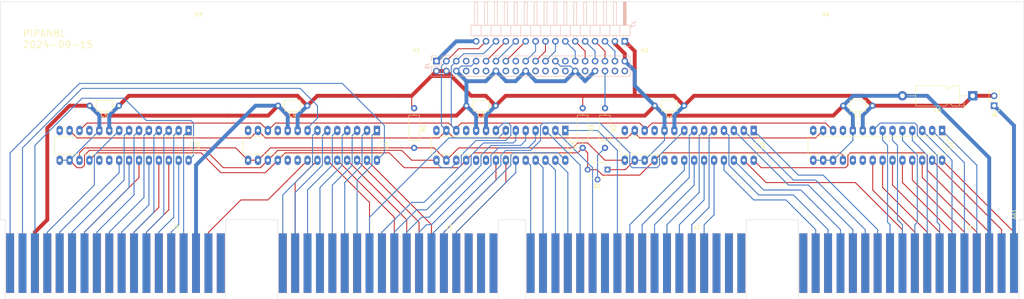
<source format=kicad_pcb>
(kicad_pcb (version 20221018) (generator pcbnew)
  (layers (0 "F.Cu" signal) (31 "B.Cu" signal) (34 "B.Paste" user) (35 "F.Paste" user) (36 "B.SilkS" user "B.Silkscreen") (37 "F.SilkS" user "F.Silkscreen") (38 "B.Mask" user) (39 "F.Mask" user) (44 "Edge.Cuts" user))
  (net 0 "")
  (net 1 "/DFLD")
  (net 3 "/IFLD")
  (net 5 "GND")
  (net 6 "/SR04")
  (net 7 "/SR03")
  (net 8 "/LINK")
  (net 9 "/SR02")
  (net 10 "/EMA")
  (net 11 "/SR01")
  (net 12 "/MB01")
  (net 13 "/SR00")
  (net 14 "/MA01")
  (net 15 "/AC00")
  (net 16 "/MB00")
  (net 21 "/AA2+5")
  (net 34 "/AB2-15")
  (net 42 "/AV1+10")
  (net 43 "/BA1+10")
  (net 45 "/BA2+5")
  (net 46 "/BB2-15")
  (net 47 "/CU1")
  (net 48 "/DEF")
  (net 49 "/PRTE")
  (net 50 "/WCT")
  (net 51 "/DK1")
  (net 52 "/CAD")
  (net 53 "/BRK")
  (net 55 "/SR11")
  (net 56 "/BNCY")
  (net 57 "/STOP")
  (net 58 "/CONT")
  (net 59 "/STRT")
  (net 60 "/LDAD")
  (net 61 "/STEP")
  (net 62 "/EXAM")
  (net 63 "/DEPO")
  (net 64 "/BV1+10")
  (net 65 "/CA1+10")
  (net 66 "/CA2+5")
  (net 69 "/CB2-15")
  (net 70 "/CV1+10")
  (net 71 "/DA1+10")
  (net 72 "/DA2+5")
  (net 73 "/DB2-15")
  (net 78 "/DV1+10")
  (net 80 "/MPRT")
  (net 81 "VCC")
  (net 96 "/AC03")
  (net 97 "/AC02")
  (net 98 "/AC01")
  (net 99 "/MA00")
  (net 100 "/AN1")
  (net 101 "Net-(U2-A0)")
  (net 102 "/SDA")
  (net 103 "/SCL")
  (net 106 "/MB02")
  (net 107 "/MA02")
  (net 108 "/MB03")
  (net 109 "/MA03")
  (net 110 "/MB04")
  (net 111 "/MA04")
  (net 113 "/AC04")
  (net 114 "/AC05")
  (net 115 "/MB05")
  (net 116 "/MA05")
  (net 117 "/AC06")
  (net 118 "/AC07")
  (net 119 "/BL1")
  (net 120 "/_RESET")
  (net 121 "/AT1GND")
  (net 122 "/BC2GND")
  (net 123 "/BT1GND")
  (net 126 "/MA06")
  (net 127 "/MA07")
  (net 128 "/MB07")
  (net 129 "/MA08")
  (net 130 "/AC09")
  (net 131 "/MB09")
  (net 132 "/CD2")
  (net 133 "/MA09")
  (net 134 "/SR09")
  (net 135 "/AC11")
  (net 136 "/SR10")
  (net 137 "/AC10")
  (net 138 "/SR08")
  (net 139 "/MA10")
  (net 140 "/CC2GND")
  (net 141 "/CT1GND")
  (net 144 "/SR07")
  (net 145 "/MB10")
  (net 146 "/SR06")
  (net 147 "/CL1")
  (net 148 "/SR05")
  (net 149 "/CM1")
  (net 150 "/MB11")
  (net 151 "/MA11")
  (net 152 "/FET")
  (net 153 "/IR00")
  (net 154 "/ION")
  (net 155 "/PARE")
  (net 156 "/EXE")
  (net 157 "/IR01")
  (net 158 "/IR02")
  (net 163 "/V3.3")
  (net 164 "/GPIO9")
  (net 165 "/GPIO11")
  (net 166 "/GPIO5")
  (net 167 "/GPIO6")
  (net 168 "/GPIO13")
  (net 169 "/GPIO19")
  (net 170 "/GPIO26")
  (net 171 "/GPIO17")
  (net 172 "/GPIO27")
  (net 173 "/GPIO22")
  (net 174 "/GPIO10")
  (net 175 "Net-(J5-Pin_36)")
  (net 176 "Net-(Q1-B)")
  (net 177 "/DM1")
  (net 178 "/MB06")
  (net 179 "/MB08")
  (net 180 "/AC08")
  (net 181 "/DL1")
  (net 182 "/DB1")
  (net 183 "/DF1")
  (net 184 "/DH1")
  (net 185 "/RUN")
  (net 186 "/DJ1")
  (footprint "Capacitor_THT:C_Axial_L3.8mm_D2.6mm_P7.50mm_Horizontal" (layer "F.Cu") (at 175.2 26.67 180)
    (fp_text reference "C2")
    (fp_text value "0.1u")
  )
  (footprint "Capacitor_THT:C_Axial_L3.8mm_D2.6mm_P7.50mm_Horizontal" (layer "F.Cu") (at 223.46 26.67 180)
    (fp_text reference "C1")
    (fp_text value "0.1u")
  )
  (footprint "MountingHole:MountingHole_8.4mm_M8" (layer "F.Cu") (at 50.8 12.7)
    (fp_text reference "H3")
    (fp_text value "MountingHole")
  )
  (footprint "mypipanelfoots:2x18-edge" (layer "F.Cu") (at 2.54 66.9925 180)
    (fp_text reference "J4")
    (fp_text value "2x18edgecon")
  )
  (footprint "Connector_PinHeader_2.54mm:PinHeader_1x02_P2.54mm_Vertical" (layer "F.Cu") (at 254.635 26.675 180)
    (fp_text reference "J6")
    (fp_text value "Conn_01x02_Pin")
  )
  (footprint "Package_DIP:DIP-28_W7.62mm_LongPads" (layer "F.Cu") (at 193.04 33.02 -90)
    (fp_text reference "U2")
    (fp_text value "MCP23017")
  )
  (footprint "Capacitor_THT:C_Axial_L3.8mm_D2.6mm_P7.50mm_Horizontal" (layer "F.Cu") (at 78.68 26.67 180)
    (fp_text reference "C4")
    (fp_text value "0.1u")
  )
  (footprint "Capacitor_THT:C_Axial_L3.8mm_D2.6mm_P7.50mm_Horizontal" (layer "F.Cu") (at 126.94 26.67 180)
    (fp_text reference "C3")
    (fp_text value "0.1u")
  )
  (footprint "mypipanelfoots:2x18-edge" (layer "F.Cu") (at 135.89 66.9925 180)
    (fp_text reference "J2")
    (fp_text value "2x18edgecon")
  )
  (footprint "MountingHole:MountingHole_8.4mm_M8" (layer "F.Cu") (at 211.455 12.7)
    (fp_text reference "H4")
    (fp_text value "MountingHole")
  )
  (footprint "mypipanelfoots:2x18-edge" (layer "F.Cu") (at 72.39 66.9925 180)
    (fp_text reference "J3")
    (fp_text value "2x18edgecon")
  )
  (footprint "Package_DIP:DIP-28_W7.62mm_LongPads" (layer "F.Cu") (at 144.78 33.02 -90)
    (fp_text reference "U3")
    (fp_text value "MCP23017")
  )
  (footprint "Capacitor_THT:CP_Axial_L11.0mm_D5.0mm_P18.00mm_Horizontal" (layer "F.Cu") (at 249.14 24.13 180)
    (fp_text reference "C6")
    (fp_text value "10u")
  )
  (footprint "Package_DIP:DIP-28_W7.62mm_LongPads" (layer "F.Cu") (at 48.26 33.02 -90)
    (fp_text reference "U5")
    (fp_text value "MCP23017")
  )
  (footprint "MountingHole:MountingHole_3mm" (layer "F.Cu") (at 106.68 16.51)
    (fp_text reference "H1")
    (fp_text value "MountingHole")
  )
  (footprint "MountingHole:MountingHole_3mm" (layer "F.Cu") (at 165.1 16.51)
    (fp_text reference "H2")
    (fp_text value "MountingHole")
  )
  (footprint "Package_DIP:DIP-28_W7.62mm_LongPads" (layer "F.Cu") (at 241.3 33.02 -90)
    (fp_text reference "U1")
    (fp_text value "MCP23017")
  )
  (footprint "Resistor_THT:R_Axial_DIN0207_L6.3mm_D2.5mm_P10.16mm_Horizontal" (layer "F.Cu") (at 149.225 27.305 -90)
    (fp_text reference "R3")
    (fp_text value "2.2K")
  )
  (footprint "Package_TO_SOT_THT:TO-92_Wide" (layer "F.Cu") (at 155.575 43.045 180)
    (fp_text reference "Q1")
    (fp_text value "2N3904")
  )
  (footprint "Package_DIP:DIP-28_W7.62mm_LongPads" (layer "F.Cu") (at 96.52 33.02 -90)
    (fp_text reference "U4")
    (fp_text value "MCP23017")
  )
  (footprint "mypipanelfoots:2x18-edge" (layer "F.Cu") (at 205.74 66.9925 180)
    (fp_text reference "J1")
    (fp_text value "2x18edgecon")
  )
  (footprint "Resistor_THT:R_Axial_DIN0207_L6.3mm_D2.5mm_P10.16mm_Horizontal" (layer "F.Cu") (at 106.045 27.305 -90)
    (fp_text reference "R1")
    (fp_text value "2.2K")
  )
  (footprint "Resistor_THT:R_Axial_DIN0207_L6.3mm_D2.5mm_P10.16mm_Horizontal" (layer "F.Cu") (at 154.94 27.305 -90)
    (fp_text reference "R2")
    (fp_text value "4.7K")
  )
  (footprint "Capacitor_THT:C_Axial_L3.8mm_D2.6mm_P7.50mm_Horizontal" (layer "F.Cu") (at 30.42 26.67 180)
    (fp_text reference "C5")
    (fp_text value "0.1u")
  )
  (footprint "Connector_PinHeader_2.54mm:PinHeader_2x20_P2.54mm_Vertical" (layer "B.Cu") (at 111.76 15.24 -90)
    (fp_text reference "J5")
    (fp_text value "Conn_02x20_Odd_Even")
  )
  (footprint "Connector_PinHeader_2.54mm:PinHeader_1x16_P2.54mm_Horizontal" (layer "B.Cu") (at 160.02 10.16 90)
    (fp_text reference "J7")
    (fp_text value "Conn_01x16")
  )
  (gr_line (start 134.62 55.88) (end 134.62 76.2) (stroke (width 0.1)) (layer "Edge.Cuts"))
  (gr_line (start 0 55.88) (end 1.27 55.88) (stroke (width 0.1)) (layer "Edge.Cuts"))
  (gr_line (start 204.47 76.2) (end 260.985 76.2) (stroke (width 0.1)) (layer "Edge.Cuts"))
  (gr_line (start 127.635 76.2) (end 127.635 55.88) (stroke (width 0.1)) (layer "Edge.Cuts"))
  (gr_line (start 191.135 76.2) (end 191.135 55.88) (stroke (width 0.1)) (layer "Edge.Cuts"))
  (gr_line (start 57.785 76.2) (end 57.785 55.88) (stroke (width 0.1)) (layer "Edge.Cuts"))
  (gr_line (start 127.635 55.88) (end 134.62 55.88) (stroke (width 0.1)) (layer "Edge.Cuts"))
  (gr_line (start 204.47 55.88) (end 204.47 76.2) (stroke (width 0.1)) (layer "Edge.Cuts"))
  (gr_line (start 191.135 55.88) (end 204.47 55.88) (stroke (width 0.1)) (layer "Edge.Cuts"))
  (gr_line (start 262.255 0) (end 0 0) (stroke (width 0.1)) (layer "Edge.Cuts"))
  (gr_line (start 134.62 76.2) (end 191.135 76.2) (stroke (width 0.1)) (layer "Edge.Cuts"))
  (gr_line (start 1.27 76.2) (end 57.785 76.2) (stroke (width 0.1)) (layer "Edge.Cuts"))
  (gr_line (start 260.985 55.88) (end 262.255 55.88) (stroke (width 0.1)) (layer "Edge.Cuts"))
  (gr_line (start 71.12 76.2) (end 127.635 76.2) (stroke (width 0.1)) (layer "Edge.Cuts"))
  (gr_line (start 262.255 55.88) (end 262.255 0) (stroke (width 0.1)) (layer "Edge.Cuts"))
  (gr_line (start 0 0) (end 0 55.88) (stroke (width 0.1)) (layer "Edge.Cuts"))
  (gr_line (start 1.27 55.88) (end 1.27 76.2) (stroke (width 0.1)) (layer "Edge.Cuts"))
  (gr_line (start 260.985 76.2) (end 260.985 55.88) (stroke (width 0.1)) (layer "Edge.Cuts"))
  (gr_line (start 57.785 55.88) (end 71.12 55.88) (stroke (width 0.1)) (layer "Edge.Cuts"))
  (gr_line (start 71.12 55.88) (end 71.12 76.2) (stroke (width 0.1)) (layer "Edge.Cuts"))
  (gr_text "AA1" (at 260.35 55.88 90) (layer "F.SilkS") (effects (font (size 1 1)) (justify left bottom)))
  (gr_text "PIPAN8L\n2024-09-15" (at 5.715 12.065) (layer "F.SilkS") (effects (font (size 1.778 1.778)) (justify left bottom)))
  (segment (start 256.54 58.42) (end 256.54 66.9925) (width 0.25) (layer "F.Cu") (net 1))
  (segment (start 238.76 40.64) (end 256.54 58.42) (width 0.25) (layer "F.Cu") (net 1))
  (segment (start 193.04 40.64) (end 194.945 42.545) (width 0.25) (layer "F.Cu") (net 3))
  (segment (start 237.49 43.18) (end 253.365 59.055) (width 0.25) (layer "F.Cu") (net 3))
  (segment (start 217.17 39.37) (end 217.805 38.735) (width 0.25) (layer "F.Cu") (net 3))
  (segment (start 236.855 38.735) (end 237.49 39.37) (width 0.25) (layer "F.Cu") (net 3))
  (segment (start 216.535 42.545) (end 217.17 41.91) (width 0.25) (layer "F.Cu") (net 3))
  (segment (start 194.945 42.545) (end 216.535 42.545) (width 0.25) (layer "F.Cu") (net 3))
  (segment (start 217.805 38.735) (end 236.855 38.735) (width 0.25) (layer "F.Cu") (net 3))
  (segment (start 217.17 41.91) (end 217.17 39.37) (width 0.25) (layer "F.Cu") (net 3))
  (segment (start 253.365 59.055) (end 253.365 66.9925) (width 0.25) (layer "F.Cu") (net 3))
  (segment (start 237.49 39.37) (end 237.49 43.18) (width 0.25) (layer "F.Cu") (net 3))
  (segment (start 12.065 32.385) (end 12.065 55.88) (width 1) (layer "F.Cu") (net 5))
  (segment (start 68.58 40.64) (end 66.675 42.545) (width 0.25) (layer "F.Cu") (net 5))
  (segment (start 68.64 29.21) (end 71.18 26.67) (width 1) (layer "F.Cu") (net 5))
  (segment (start 116.9 29.21) (end 119.44 26.67) (width 1) (layer "F.Cu") (net 5))
  (segment (start 160.155 43.045) (end 162.56 40.64) (width 0.25) (layer "F.Cu") (net 5))
  (segment (start 25.4 29.21) (end 58.42 29.21) (width 1) (layer "F.Cu") (net 5))
  (segment (start 21.59 41.91) (end 20.955 42.545) (width 0.25) (layer "F.Cu") (net 5))
  (segment (start 213.42 29.21) (end 215.96 26.67) (width 1) (layer "F.Cu") (net 5))
  (segment (start 52.705 38.1) (end 22.86 38.1) (width 0.25) (layer "F.Cu") (net 5))
  (segment (start 102.87 38.1) (end 105.41 40.64) (width 0.25) (layer "F.Cu") (net 5))
  (segment (start 73.66 29.21) (end 116.9 29.21) (width 1) (layer "F.Cu") (net 5))
  (segment (start 71.12 38.1) (end 102.87 38.1) (width 0.25) (layer "F.Cu") (net 5))
  (segment (start 66.675 42.545) (end 57.15 42.545) (width 0.25) (layer "F.Cu") (net 5))
  (segment (start 8.89 59.055) (end 8.89 66.9925) (width 1) (layer "F.Cu") (net 5))
  (segment (start 22.86 38.1) (end 21.59 39.37) (width 0.25) (layer "F.Cu") (net 5))
  (segment (start 157.48 10.795) (end 157.48 10.16) (width 1) (layer "F.Cu") (net 5))
  (segment (start 22.92 26.67) (end 25.4 29.15) (width 1) (layer "F.Cu") (net 5))
  (segment (start 169.545 28.515) (end 169.545 28.575) (width 1) (layer "F.Cu") (net 5))
  (segment (start 160.02 13.335) (end 157.48 10.795) (width 1) (layer "F.Cu") (net 5))
  (segment (start 169.545 28.575) (end 170.18 29.21) (width 1) (layer "F.Cu") (net 5))
  (segment (start 22.92 26.67) (end 17.78 26.67) (width 1) (layer "F.Cu") (net 5))
  (segment (start 165.16 29.21) (end 167.7 26.67) (width 1) (layer "F.Cu") (net 5))
  (segment (start 68.58 40.64) (end 71.12 38.1) (width 0.25) (layer "F.Cu") (net 5))
  (segment (start 17.78 26.67) (end 12.065 32.385) (width 1) (layer "F.Cu") (net 5))
  (segment (start 170.18 29.21) (end 213.42 29.21) (width 1) (layer "F.Cu") (net 5))
  (segment (start 155.575 43.045) (end 160.155 43.045) (width 0.25) (layer "F.Cu") (net 5))
  (segment (start 121.345 28.575) (end 121.345 28.635) (width 1) (layer "F.Cu") (net 5))
  (segment (start 25.4 29.15) (end 25.4 29.21) (width 1) (layer "F.Cu") (net 5))
  (segment (start 119.44 26.67) (end 121.345 28.575) (width 1) (layer "F.Cu") (net 5))
  (segment (start 21.59 39.37) (end 21.59 41.91) (width 0.25) (layer "F.Cu") (net 5))
  (segment (start 57.15 42.545) (end 52.705 38.1) (width 0.25) (layer "F.Cu") (net 5))
  (segment (start 167.7 26.67) (end 169.545 28.515) (width 1) (layer "F.Cu") (net 5))
  (segment (start 58.42 29.21) (end 68.64 29.21) (width 1) (layer "F.Cu") (net 5))
  (segment (start 105.41 40.64) (end 111.76 40.64) (width 0.25) (layer "F.Cu") (net 5))
  (segment (start 20.955 42.545) (end 19.685 42.545) (width 0.25) (layer "F.Cu") (net 5))
  (segment (start 160.02 15.24) (end 160.02 13.335) (width 1) (layer "F.Cu") (net 5))
  (segment (start 121.345 28.635) (end 121.92 29.21) (width 1) (layer "F.Cu") (net 5))
  (segment (start 19.685 42.545) (end 17.78 40.64) (width 0.25) (layer "F.Cu") (net 5))
  (segment (start 12.065 55.88) (end 8.89 59.055) (width 1) (layer "F.Cu") (net 5))
  (segment (start 73.085 28.575) (end 73.085 28.635) (width 1) (layer "F.Cu") (net 5))
  (segment (start 73.085 28.635) (end 73.66 29.21) (width 1) (layer "F.Cu") (net 5))
  (segment (start 71.18 26.67) (end 73.085 28.575) (width 1) (layer "F.Cu") (net 5))
  (segment (start 121.92 29.21) (end 165.16 29.21) (width 1) (layer "F.Cu") (net 5))
  (segment (start 162.56 40.64) (end 165.1 40.64) (width 0.25) (layer "B.Cu") (net 5))
  (segment (start 115.57 42.545) (end 113.03 42.545) (width 0.25) (layer "B.Cu") (net 5))
  (segment (start 208.28 40.64) (end 210.82 40.64) (width 0.25) (layer "B.Cu") (net 5))
  (segment (start 116.84 41.275) (end 116.84 40.64) (width 0.25) (layer "B.Cu") (net 5))
  (segment (start 129.54 20.38) (end 129.54 20.32) (width 1) (layer "B.Cu") (net 5))
  (segment (start 132.02 20.38) (end 134.62 17.78) (width 1) (layer "B.Cu") (net 5))
  (segment (start 237.49 24.13) (end 253.365 40.005) (width 1) (layer "B.Cu") (net 5))
  (segment (start 165.1 40.64) (end 170.18 35.56) (width 0.25) (layer "B.Cu") (net 5))
  (segment (start 215.96 26.67) (end 218.44 29.15) (width 1) (layer "B.Cu") (net 5))
  (segment (start 118.11 16.51) (end 116.84 17.78) (width 0.25) (layer "B.Cu") (net 5))
  (segment (start 129.54 20.38) (end 132.02 20.38) (width 1) (layer "B.Cu") (net 5))
  (segment (start 146.05 16.51) (end 147.32 17.78) (width 0.25) (layer "B.Cu") (net 5))
  (segment (start 215.96 26.67) (end 218.5 24.13) (width 1) (layer "B.Cu") (net 5))
  (segment (start 149.8 20.26) (end 147.32 17.78) (width 1) (layer "B.Cu") (net 5))
  (segment (start 111.76 40.64) (end 111.76 41.275) (width 0.25) (layer "B.Cu") (net 5))
  (segment (start 119.44 26.67) (end 121.92 29.15) (width 1) (layer "B.Cu") (net 5))
  (segment (start 120.65 16.51) (end 118.11 16.51) (width 0.25) (layer "B.Cu") (net 5))
  (segment (start 119.44 26.67) (end 119.44 20.38) (width 1) (layer "B.Cu") (net 5))
  (segment (start 170.18 35.56) (end 170.18 33.02) (width 0.25) (layer "B.Cu") (net 5))
  (segment (start 143.51 16.51) (end 146.05 16.51) (width 0.25) (layer "B.Cu") (net 5))
  (segment (start 71.18 26.67) (end 73.66 29.15) (width 1) (layer "B.Cu") (net 5))
  (segment (start 111.76 41.275) (end 113.03 42.545) (width 0.25) (layer "B.Cu") (net 5))
  (segment (start 162.56 21.53) (end 162.56 17.78) (width 1) (layer "B.Cu") (net 5))
  (segment (start 121.92 15.24) (end 120.65 16.51) (width 0.25) (layer "B.Cu") (net 5))
  (segment (start 144.72 20.38) (end 147.32 17.78) (width 1) (layer "B.Cu") (net 5))
  (segment (start 149.8 20.38) (end 149.8 20.26) (width 1) (layer "B.Cu") (net 5))
  (segment (start 142.24 15.24) (end 143.51 16.51) (width 0.25) (layer "B.Cu") (net 5))
  (segment (start 218.44 35.56) (end 218.44 33.02) (width 0.25) (layer "B.Cu") (net 5))
  (segment (start 121.92 29.15) (end 121.92 33.02) (width 1) (layer "B.Cu") (net 5))
  (segment (start 115.57 42.545) (end 116.84 41.275) (width 0.25) (layer "B.Cu") (net 5))
  (segment (start 22.92 26.67) (end 25.4 29.15) (width 1) (layer "B.Cu") (net 5))
  (segment (start 50.165 41.91) (end 50.165 66.9925) (width 1) (layer "B.Cu") (net 5))
  (segment (start 71.18 26.67) (end 65.405 26.67) (width 1) (layer "B.Cu") (net 5))
  (segment (start 167.7 26.67) (end 162.56 21.53) (width 1) (layer "B.Cu") (net 5))
  (segment (start 218.5 24.13) (end 237.49 24.13) (width 1) (layer "B.Cu") (net 5))
  (segment (start 162.56 17.78) (end 160.02 15.24) (width 1) (layer "B.Cu") (net 5))
  (segment (start 167.7 26.67) (end 170.18 29.15) (width 1) (layer "B.Cu") (net 5))
  (segment (start 65.405 26.67) (end 50.165 41.91) (width 1) (layer "B.Cu") (net 5))
  (segment (start 124.4 20.38) (end 127 17.78) (width 1) (layer "B.Cu") (net 5))
  (segment (start 218.44 29.15) (end 218.44 33.02) (width 1) (layer "B.Cu") (net 5))
  (segment (start 15.24 40.64) (end 17.78 40.64) (width 0.25) (layer "B.Cu") (net 5))
  (segment (start 213.36 40.64) (end 218.44 35.56) (width 0.25) (layer "B.Cu") (net 5))
  (segment (start 137.16 20.38) (end 137.16 20.32) (width 1) (layer "B.Cu") (net 5))
  (segment (start 137.16 20.32) (end 134.62 17.78) (width 1) (layer "B.Cu") (net 5))
  (segment (start 149.8 20.38) (end 152.4 17.78) (width 1) (layer "B.Cu") (net 5))
  (segment (start 17.78 40.64) (end 25.4 33.02) (width 0.25) (layer "B.Cu") (net 5))
  (segment (start 129.54 20.32) (end 127 17.78) (width 1) (layer "B.Cu") (net 5))
  (segment (start 210.82 40.64) (end 213.36 40.64) (width 0.25) (layer "B.Cu") (net 5))
  (segment (start 73.66 29.15) (end 73.66 33.02) (width 1) (layer "B.Cu") (net 5))
  (segment (start 253.365 40.005) (end 253.365 66.9925) (width 1) (layer "B.Cu") (net 5))
  (segment (start 119.44 20.38) (end 124.4 20.38) (width 1) (layer "B.Cu") (net 5))
  (segment (start 137.16 20.38) (end 144.72 20.38) (width 1) (layer "B.Cu") (net 5))
  (segment (start 170.18 29.15) (end 170.18 33.02) (width 1) (layer "B.Cu") (net 5))
  (segment (start 25.4 29.15) (end 25.4 33.02) (width 1) (layer "B.Cu") (net 5))
  (segment (start 116.84 17.78) (end 119.44 20.38) (width 1) (layer "B.Cu") (net 5))
  (segment (start 236.22 45.085) (end 250.19 59.055) (width 0.25) (layer "F.Cu") (net 6))
  (segment (start 236.22 40.64) (end 236.22 45.085) (width 0.25) (layer "F.Cu") (net 6))
  (segment (start 250.19 59.055) (end 250.19 66.9925) (width 0.25) (layer "F.Cu") (net 6))
  (segment (start 250.19 41.91) (end 250.19 66.9925) (width 0.25) (layer "B.Cu") (net 7))
  (segment (start 241.3 33.02) (end 250.19 41.91) (width 0.25) (layer "B.Cu") (net 7))
  (segment (start 233.68 40.64) (end 233.68 45.72) (width 0.25) (layer "F.Cu") (net 8))
  (segment (start 247.015 59.055) (end 247.015 66.9925) (width 0.25) (layer "F.Cu") (net 8))
  (segment (start 233.68 45.72) (end 247.015 59.055) (width 0.25) (layer "F.Cu") (net 8))
  (segment (start 247.015 41.275) (end 247.015 66.9925) (width 0.25) (layer "B.Cu") (net 9))
  (segment (start 238.76 33.02) (end 247.015 41.275) (width 0.25) (layer "B.Cu") (net 9))
  (segment (start 231.14 40.64) (end 231.14 46.355) (width 0.25) (layer "F.Cu") (net 10))
  (segment (start 231.14 46.355) (end 243.84 59.055) (width 0.25) (layer "F.Cu") (net 10))
  (segment (start 243.84 59.055) (end 243.84 66.9925) (width 0.25) (layer "F.Cu") (net 10))
  (segment (start 243.84 40.64) (end 243.84 66.9925) (width 0.25) (layer "B.Cu") (net 11))
  (segment (start 236.22 33.02) (end 243.84 40.64) (width 0.25) (layer "B.Cu") (net 11))
  (segment (start 228.6 40.64) (end 228.6 46.99) (width 0.25) (layer "F.Cu") (net 12))
  (segment (start 240.665 59.055) (end 240.665 66.9925) (width 0.25) (layer "F.Cu") (net 12))
  (segment (start 228.6 46.99) (end 240.665 59.055) (width 0.25) (layer "F.Cu") (net 12))
  (segment (start 240.03 39.37) (end 234.95 34.29) (width 0.25) (layer "B.Cu") (net 13))
  (segment (start 240.03 56.515) (end 240.03 39.37) (width 0.25) (layer "B.Cu") (net 13))
  (segment (start 240.03 66.3575) (end 240.665 66.9925) (width 0.25) (layer "B.Cu") (net 13))
  (segment (start 225.425 31.115) (end 223.52 33.02) (width 0.25) (layer "B.Cu") (net 13))
  (segment (start 234.95 34.29) (end 234.95 31.75) (width 0.25) (layer "B.Cu") (net 13))
  (segment (start 240.665 66.9925) (end 240.665 57.15) (width 0.25) (layer "B.Cu") (net 13))
  (segment (start 240.665 66.9925) (end 240.175 66.5025) (width 0.25) (layer "B.Cu") (net 13))
  (segment (start 234.95 31.75) (end 234.315 31.115) (width 0.25) (layer "B.Cu") (net 13))
  (segment (start 240.665 57.15) (end 240.03 56.515) (width 0.25) (layer "B.Cu") (net 13))
  (segment (start 234.315 31.115) (end 225.425 31.115) (width 0.25) (layer "B.Cu") (net 13))
  (segment (start 226.06 40.64) (end 226.06 47.625) (width 0.25) (layer "F.Cu") (net 14))
  (segment (start 237.49 59.055) (end 237.49 66.9925) (width 0.25) (layer "F.Cu") (net 14))
  (segment (start 226.06 47.625) (end 237.49 59.055) (width 0.25) (layer "F.Cu") (net 14))
  (segment (start 233.68 35.56) (end 237.49 39.37) (width 0.25) (layer "B.Cu") (net 15))
  (segment (start 233.68 33.02) (end 233.68 35.56) (width 0.25) (layer "B.Cu") (net 15))
  (segment (start 237.49 39.37) (end 237.49 66.9925) (width 0.25) (layer "B.Cu") (net 15))
  (segment (start 231.14 33.02) (end 231.14 35.56) (width 0.25) (layer "B.Cu") (net 16))
  (segment (start 234.95 39.37) (end 234.95 56.515) (width 0.25) (layer "B.Cu") (net 16))
  (segment (start 234.315 60.5663) (end 233.68 59.9313) (width 0.25) (layer "B.Cu") (net 16))
  (segment (start 234.315 57.15) (end 234.315 66.9925) (width 0.25) (layer "B.Cu") (net 16))
  (segment (start 234.95 56.515) (end 234.315 57.15) (width 0.25) (layer "B.Cu") (net 16))
  (segment (start 234.315 66.9925) (end 234.315 60.5663) (width 0.25) (layer "B.Cu") (net 16))
  (segment (start 231.14 35.56) (end 234.95 39.37) (width 0.25) (layer "B.Cu") (net 16))
  (segment (start 259.715 31.75) (end 259.71 31.75) (width 1) (layer "B.Cu") (net 21))
  (segment (start 259.71 31.75) (end 254.635 26.675) (width 1) (layer "B.Cu") (net 21))
  (segment (start 259.715 66.9925) (end 259.715 38.73) (width 1) (layer "B.Cu") (net 21))
  (segment (start 259.715 38.73) (end 259.715 31.75) (width 1) (layer "B.Cu") (net 21))
  (segment (start 81.28 40.64) (end 75.565 46.355) (width 0.25) (layer "F.Cu") (net 47))
  (segment (start 75.565 46.355) (end 75.565 66.9925) (width 0.25) (layer "F.Cu") (net 47))
  (segment (start 45.72 40.64) (end 45.72 57.15) (width 0.25) (layer "B.Cu") (net 48))
  (segment (start 43.815 66.9925) (end 43.815 59.055) (width 0.25) (layer "B.Cu") (net 48))
  (segment (start 45.72 57.15) (end 43.815 59.055) (width 0.25) (layer "B.Cu") (net 48))
  (segment (start 44.45 55.245) (end 40.64 59.055) (width 0.25) (layer "B.Cu") (net 49))
  (segment (start 44.45 34.29) (end 44.45 55.245) (width 0.25) (layer "B.Cu") (net 49))
  (segment (start 44.45 34.29) (end 45.72 33.02) (width 0.25) (layer "B.Cu") (net 49))
  (segment (start 40.64 59.055) (end 40.64 66.9925) (width 0.25) (layer "B.Cu") (net 49))
  (segment (start 40.64 33.02) (end 39.37 34.29) (width 0.25) (layer "B.Cu") (net 50))
  (segment (start 39.37 53.975) (end 34.29 59.055) (width 0.25) (layer "B.Cu") (net 50))
  (segment (start 39.37 34.29) (end 39.37 53.975) (width 0.25) (layer "B.Cu") (net 50))
  (segment (start 34.29 66.9925) (end 34.29 59.055) (width 0.25) (layer "B.Cu") (net 50))
  (segment (start 38.1 40.64) (end 38.1 52.07) (width 0.25) (layer "B.Cu") (net 52))
  (segment (start 31.115 59.055) (end 31.115 66.9925) (width 0.25) (layer "B.Cu") (net 52))
  (segment (start 38.1 52.07) (end 31.115 59.055) (width 0.25) (layer "B.Cu") (net 52))
  (segment (start 27.94 59.055) (end 27.94 66.9925) (width 0.25) (layer "B.Cu") (net 53))
  (segment (start 36.83 34.29) (end 36.83 50.165) (width 0.25) (layer "B.Cu") (net 53))
  (segment (start 38.1 33.02) (end 36.83 34.29) (width 0.25) (layer "B.Cu") (net 53))
  (segment (start 36.83 50.165) (end 27.94 59.055) (width 0.25) (layer "B.Cu") (net 53))
  (segment (start 34.29 49.53) (end 24.765 59.055) (width 0.25) (layer "B.Cu") (net 55))
  (segment (start 24.765 59.055) (end 24.765 66.9925) (width 0.25) (layer "B.Cu") (net 55))
  (segment (start 35.56 33.02) (end 34.29 34.29) (width 0.25) (layer "B.Cu") (net 55))
  (segment (start 34.29 34.29) (end 34.29 49.53) (width 0.25) (layer "B.Cu") (net 55))
  (segment (start 21.59 59.055) (end 21.59 66.9925) (width 0.25) (layer "F.Cu") (net 56))
  (segment (start 35.56 40.64) (end 35.56 45.085) (width 0.25) (layer "F.Cu") (net 56))
  (segment (start 35.56 45.085) (end 21.59 59.055) (width 0.25) (layer "F.Cu") (net 56))
  (segment (start 21.59 59.055) (end 21.59 66.9925) (width 0.25) (layer "B.Cu") (net 57))
  (segment (start 21.59 59.055) (end 33.02 47.625) (width 0.25) (layer "B.Cu") (net 57))
  (segment (start 33.02 40.64) (end 33.02 47.625) (width 0.25) (layer "B.Cu") (net 57))
  (segment (start 31.75 45.72) (end 31.75 34.29) (width 0.25) (layer "B.Cu") (net 58))
  (segment (start 18.415 66.9925) (end 18.415 59.055) (width 0.25) (layer "B.Cu") (net 58))
  (segment (start 31.75 34.29) (end 33.02 33.02) (width 0.25) (layer "B.Cu") (net 58))
  (segment (start 18.415 59.055) (end 31.75 45.72) (width 0.25) (layer "B.Cu") (net 58))
  (segment (start 15.24 59.055) (end 30.48 43.815) (width 0.25) (layer "B.Cu") (net 59))
  (segment (start 15.24 59.055) (end 15.24 66.9925) (width 0.25) (layer "B.Cu") (net 59))
  (segment (start 30.48 43.815) (end 30.48 40.64) (width 0.25) (layer "B.Cu") (net 59))
  (segment (start 12.065 59.055) (end 24.13 46.99) (width 0.25) (layer "B.Cu") (net 60))
  (segment (start 12.065 66.9925) (end 12.065 59.055) (width 0.25) (layer "B.Cu") (net 60))
  (segment (start 24.13 46.99) (end 24.13 39.37) (width 0.25) (layer "B.Cu") (net 60))
  (segment (start 24.13 39.37) (end 30.48 33.02) (width 0.25) (layer "B.Cu") (net 60))
  (segment (start 20.955 24.765) (end 31.75 24.765) (width 0.25) (layer "B.Cu") (net 61))
  (segment (start 49.53 39.37) (end 48.26 40.64) (width 0.25) (layer "B.Cu") (net 61))
  (segment (start 49.53 31.115) (end 49.53 39.37) (width 0.25) (layer "B.Cu") (net 61))
  (segment (start 31.75 24.765) (end 37.465 30.48) (width 0.25) (layer "B.Cu") (net 61))
  (segment (start 48.895 30.48) (end 49.53 31.115) (width 0.25) (layer "B.Cu") (net 61))
  (segment (start 8.89 36.83) (end 20.955 24.765) (width 0.25) (layer "B.Cu") (net 61))
  (segment (start 8.89 66.9925) (end 8.89 36.83) (width 0.25) (layer "B.Cu") (net 61))
  (segment (start 37.465 30.48) (end 48.895 30.48) (width 0.25) (layer "B.Cu") (net 61))
  (segment (start 20.955 22.225) (end 76.835 22.225) (width 0.25) (layer "B.Cu") (net 62))
  (segment (start 81.28 26.67) (end 81.28 29.845) (width 0.25) (layer "B.Cu") (net 62))
  (segment (start 76.835 22.225) (end 81.28 26.67) (width 0.25) (layer "B.Cu") (net 62))
  (segment (start 5.715 37.465) (end 20.955 22.225) (width 0.25) (layer "B.Cu") (net 62))
  (segment (start 81.28 29.845) (end 78.74 32.385) (width 0.25) (layer "B.Cu") (net 62))
  (segment (start 5.715 66.9925) (end 5.715 37.465) (width 0.25) (layer "B.Cu") (net 62))
  (segment (start 78.74 32.385) (end 78.74 33.02) (width 0.25) (layer "B.Cu") (net 62))
  (segment (start 20.32 20.955) (end 87.63 20.955) (width 0.25) (layer "B.Cu") (net 63))
  (segment (start 2.54 66.9925) (end 2.54 38.735) (width 0.25) (layer "B.Cu") (net 63))
  (segment (start 87.63 20.955) (end 98.425 31.75) (width 0.25) (layer "B.Cu") (net 63))
  (segment (start 98.425 38.735) (end 96.52 40.64) (width 0.25) (layer "B.Cu") (net 63))
  (segment (start 98.425 31.75) (end 98.425 38.735) (width 0.25) (layer "B.Cu") (net 63))
  (segment (start 2.54 38.735) (end 20.32 20.955) (width 0.25) (layer "B.Cu") (net 63))
  (segment (start 259.715 59.055) (end 259.715 66.9925) (width 0.25) (layer "F.Cu") (net 80))
  (segment (start 241.3 40.64) (end 259.715 59.055) (width 0.25) (layer "F.Cu") (net 80))
  (segment (start 246.6 26.67) (end 249.14 24.13) (width 1) (layer "F.Cu") (net 81))
  (segment (start 129.1925 24.4175) (end 126.94 26.67) (width 1) (layer "F.Cu") (net 81))
  (segment (start 32.96 24.13) (end 32.6725 24.4175) (width 1) (layer "F.Cu") (net 81))
  (segment (start 110.49 19.05) (end 105.41 24.13) (width 1) (layer "F.Cu") (net 81))
  (segment (start 78.68 26.67) (end 76.2 24.19) (width 1) (layer "F.Cu") (net 81))
  (segment (start 124.4 24.13) (end 126.94 26.67) (width 1) (layer "F.Cu") (net 81))
  (segment (start 162.56 24.13) (end 162.56 12.7) (width 1) (layer "F.Cu") (net 81))
  (segment (start 126.94 26.67) (end 126.365 26.67) (width 1) (layer "F.Cu") (net 81))
  (segment (start 149.225 24.13) (end 129.48 24.13) (width 1) (layer "F.Cu") (net 81))
  (segment (start 223.46 26.67) (end 246.6 26.67) (width 1) (layer "F.Cu") (net 81))
  (segment (start 149.225 24.13) (end 149.225 27.305) (width 0.25) (layer "F.Cu") (net 81))
  (segment (start 81.22 24.13) (end 102.235 24.13) (width 1) (layer "F.Cu") (net 81))
  (segment (start 111.76 17.78) (end 110.49 19.05) (width 1) (layer "F.Cu") (net 81))
  (segment (start 105.41 26.035) (end 105.41 24.13) (width 0.25) (layer "F.Cu") (net 81))
  (segment (start 175.2 26.67) (end 177.74 24.13) (width 1) (layer "F.Cu") (net 81))
  (segment (start 177.74 24.13) (end 220.92 24.13) (width 1) (layer "F.Cu") (net 81))
  (segment (start 220.92 24.13) (end 223.46 26.67) (width 1) (layer "F.Cu") (net 81))
  (segment (start 114.3 17.78) (end 115.2525 18.7325) (width 1) (layer "F.Cu") (net 81))
  (segment (start 114.3 17.78) (end 111.76 17.78) (width 1) (layer "F.Cu") (net 81))
  (segment (start 162.56 24.13) (end 149.225 24.13) (width 1) (layer "F.Cu") (net 81))
  (segment (start 76.2 24.19) (end 76.2 24.13) (width 1) (layer "F.Cu") (net 81))
  (segment (start 162.56 12.7) (end 160.02 10.16) (width 1) (layer "F.Cu") (net 81))
  (segment (start 105.41 24.13) (end 102.235 24.13) (width 1) (layer "F.Cu") (net 81))
  (segment (start 175.2 26.67) (end 172.72 24.19) (width 1) (layer "F.Cu") (net 81))
  (segment (start 249.14 24.13) (end 254.63 24.13) (width 1) (layer "F.Cu") (net 81))
  (segment (start 110.49 19.05) (end 114.935 19.05) (width 1) (layer "F.Cu") (net 81))
  (segment (start 114.935 19.05) (end 115.2525 18.7325) (width 1) (layer "F.Cu") (net 81))
  (segment (start 172.72 24.19) (end 172.72 24.13) (width 1) (layer "F.Cu") (net 81))
  (segment (start 254.63 24.13) (end 254.635 24.135) (width 1) (layer "F.Cu") (net 81))
  (segment (start 32.6725 24.4175) (end 30.42 26.67) (width 1) (layer "F.Cu") (net 81))
  (segment (start 78.68 26.67) (end 81.22 24.13) (width 1) (layer "F.Cu") (net 81))
  (segment (start 105.41 26.67) (end 105.41 26.035) (width 0.25) (layer "F.Cu") (net 81))
  (segment (start 129.48 24.13) (end 129.1925 24.4175) (width 1) (layer "F.Cu") (net 81))
  (segment (start 76.2 24.13) (end 32.96 24.13) (width 1) (layer "F.Cu") (net 81))
  (segment (start 172.72 24.13) (end 162.56 24.13) (width 1) (layer "F.Cu") (net 81))
  (segment (start 115.2525 18.7325) (end 120.65 24.13) (width 1) (layer "F.Cu") (net 81))
  (segment (start 120.65 24.13) (end 124.4 24.13) (width 1) (layer "F.Cu") (net 81))
  (segment (start 106.045 27.305) (end 105.41 26.67) (width 0.25) (layer "F.Cu") (net 81))
  (segment (start 124.46 29.15) (end 124.46 33.02) (width 1) (layer "B.Cu") (net 81))
  (segment (start 175.2 26.67) (end 172.72 29.15) (width 1) (layer "B.Cu") (net 81))
  (segment (start 126.94 26.67) (end 124.46 29.15) (width 1) (layer "B.Cu") (net 81))
  (segment (start 223.46 26.67) (end 220.98 29.15) (width 1) (layer "B.Cu") (net 81))
  (segment (start 220.98 29.15) (end 220.98 33.02) (width 1) (layer "B.Cu") (net 81))
  (segment (start 172.72 29.15) (end 172.72 33.02) (width 1) (layer "B.Cu") (net 81))
  (segment (start 27.94 29.15) (end 27.94 33.02) (width 1) (layer "B.Cu") (net 81))
  (segment (start 76.2 29.15) (end 76.2 33.02) (width 1) (layer "B.Cu") (net 81))
  (segment (start 78.68 26.67) (end 76.2 29.15) (width 1) (layer "B.Cu") (net 81))
  (segment (start 30.42 26.67) (end 27.94 29.15) (width 1) (layer "B.Cu") (net 81))
  (segment (start 223.52 48.26) (end 234.315 59.055) (width 0.25) (layer "F.Cu") (net 96))
  (segment (start 234.315 59.055) (end 234.315 66.9925) (width 0.25) (layer "F.Cu") (net 96))
  (segment (start 223.52 40.64) (end 223.52 48.26) (width 0.25) (layer "F.Cu") (net 96))
  (segment (start 231.14 58.42) (end 231.14 66.9925) (width 0.25) (layer "F.Cu") (net 97))
  (segment (start 190.5 40.64) (end 196.215 46.355) (width 0.25) (layer "F.Cu") (net 97))
  (segment (start 196.215 46.355) (end 219.075 46.355) (width 0.25) (layer "F.Cu") (net 97))
  (segment (start 219.075 46.355) (end 231.14 58.42) (width 0.25) (layer "F.Cu") (net 97))
  (segment (start 228.6 35.56) (end 229.87 36.83) (width 0.25) (layer "B.Cu") (net 98))
  (segment (start 228.6 33.02) (end 228.6 35.56) (width 0.25) (layer "B.Cu") (net 98))
  (segment (start 229.87 36.83) (end 229.87 55.88) (width 0.25) (layer "B.Cu") (net 98))
  (segment (start 231.14 57.15) (end 231.14 66.9925) (width 0.25) (layer "B.Cu") (net 98))
  (segment (start 229.87 55.88) (end 231.14 57.15) (width 0.25) (layer "B.Cu") (net 98))
  (segment (start 226.06 35.56) (end 226.06 33.02) (width 0.25) (layer "B.Cu") (net 99))
  (segment (start 227.965 57.15) (end 227.33 56.515) (width 0.25) (layer "B.Cu") (net 99))
  (segment (start 227.33 36.83) (end 226.06 35.56) (width 0.25) (layer "B.Cu") (net 99))
  (segment (start 227.33 56.515) (end 227.33 36.83) (width 0.25) (layer "B.Cu") (net 99))
  (segment (start 227.965 66.9925) (end 227.965 57.15) (width 0.25) (layer "B.Cu") (net 99))
  (segment (start 117.475 37.465) (end 114.3 40.64) (width 0.25) (layer "F.Cu") (net 101))
  (segment (start 154.94 40.64) (end 150.495 36.195) (width 0.25) (layer "F.Cu") (net 101))
  (segment (start 105.41 37.465) (end 106.045 36.83) (width 0.25) (layer "F.Cu") (net 101))
  (segment (start 147.955 36.195) (end 146.685 37.465) (width 0.25) (layer "F.Cu") (net 101))
  (segment (start 20.32 38.735) (end 21.59 37.465) (width 0.25) (layer "F.Cu") (net 101))
  (segment (start 66.04 40.64) (end 69.215 37.465) (width 0.25) (layer "F.Cu") (net 101))
  (segment (start 20.32 40.64) (end 20.32 38.735) (width 0.25) (layer "F.Cu") (net 101))
  (segment (start 111.125 37.465) (end 114.3 40.64) (width 0.25) (layer "F.Cu") (net 101))
  (segment (start 146.685 37.465) (end 117.475 37.465) (width 0.25) (layer "F.Cu") (net 101))
  (segment (start 160.02 40.64) (end 154.94 40.64) (width 0.25) (layer "F.Cu") (net 101))
  (segment (start 69.215 37.465) (end 105.41 37.465) (width 0.25) (layer "F.Cu") (net 101))
  (segment (start 60.325 37.465) (end 63.5 40.64) (width 0.25) (layer "F.Cu") (net 101))
  (segment (start 21.59 37.465) (end 60.325 37.465) (width 0.25) (layer "F.Cu") (net 101))
  (segment (start 66.04 40.64) (end 63.5 40.64) (width 0.25) (layer "F.Cu") (net 101))
  (segment (start 106.68 37.465) (end 111.125 37.465) (width 0.25) (layer "F.Cu") (net 101))
  (segment (start 150.495 36.195) (end 147.955 36.195) (width 0.25) (layer "F.Cu") (net 101))
  (segment (start 106.045 36.83) (end 106.68 37.465) (width 0.25) (layer "F.Cu") (net 101))
  (segment (start 162.56 33.02) (end 162.56 33.655) (width 0.25) (layer "F.Cu") (net 102))
  (segment (start 162.56 33.655) (end 163.83 34.925) (width 0.25) (layer "F.Cu") (net 102))
  (segment (start 19.685 34.925) (end 17.78 33.02) (width 0.25) (layer "F.Cu") (net 102))
  (segment (start 124.46 10.16) (end 122.555 12.065) (width 0.25) (layer "F.Cu") (net 102))
  (segment (start 67.945 34.925) (end 112.395 34.925) (width 0.25) (layer "F.Cu") (net 102))
  (segment (start 116.205 34.925) (end 160.655 34.925) (width 0.25) (layer "F.Cu") (net 102))
  (segment (start 114.3 33.02) (end 116.205 34.925) (width 0.25) (layer "F.Cu") (net 102))
  (segment (start 66.04 33.02) (end 64.135 34.925) (width 0.25) (layer "F.Cu") (net 102))
  (segment (start 112.395 34.925) (end 114.3 33.02) (width 0.25) (layer "F.Cu") (net 102))
  (segment (start 117.475 12.065) (end 114.3 15.24) (width 0.25) (layer "F.Cu") (net 102))
  (segment (start 66.04 33.02) (end 67.945 34.925) (width 0.25) (layer "F.Cu") (net 102))
  (segment (start 208.915 34.925) (end 210.82 33.02) (width 0.25) (layer "F.Cu") (net 102))
  (segment (start 19.685 34.925) (end 64.135 34.925) (width 0.25) (layer "F.Cu") (net 102))
  (segment (start 163.83 34.925) (end 208.915 34.925) (width 0.25) (layer "F.Cu") (net 102))
  (segment (start 117.475 12.065) (end 122.555 12.065) (width 0.25) (layer "F.Cu") (net 102))
  (segment (start 160.655 34.925) (end 162.56 33.02) (width 0.25) (layer "F.Cu") (net 102))
  (segment (start 113.03 16.51) (end 113.03 31.75) (width 0.25) (layer "B.Cu") (net 102))
  (segment (start 113.03 31.75) (end 114.3 33.02) (width 0.25) (layer "B.Cu") (net 102))
  (segment (start 114.3 15.24) (end 113.03 16.51) (width 0.25) (layer "B.Cu") (net 102))
  (segment (start 20.32 33.02) (end 22.225 31.115) (width 0.25) (layer "F.Cu") (net 103))
  (segment (start 165.1 32.385) (end 163.83 31.115) (width 0.25) (layer "F.Cu") (net 103))
  (segment (start 211.455 31.115) (end 213.36 33.02) (width 0.25) (layer "F.Cu") (net 103))
  (segment (start 118.11 31.115) (end 163.83 31.115) (width 0.25) (layer "F.Cu") (net 103))
  (segment (start 114.935 31.115) (end 70.485 31.115) (width 0.25) (layer "F.Cu") (net 103))
  (segment (start 116.84 32.385) (end 116.84 33.02) (width 0.25) (layer "F.Cu") (net 103))
  (segment (start 118.11 31.115) (end 116.84 32.385) (width 0.25) (layer "F.Cu") (net 103))
  (segment (start 22.225 31.115) (end 66.675 31.115) (width 0.25) (layer "F.Cu") (net 103))
  (segment (start 165.1 33.02) (end 167.005 31.115) (width 0.25) (layer "F.Cu") (net 103))
  (segment (start 167.005 31.115) (end 211.455 31.115) (width 0.25) (layer "F.Cu") (net 103))
  (segment (start 66.675 31.115) (end 68.58 33.02) (width 0.25) (layer "F.Cu") (net 103))
  (segment (start 116.84 33.02) (end 114.935 31.115) (width 0.25) (layer "F.Cu") (net 103))
  (segment (start 70.485 31.115) (end 68.58 33.02) (width 0.25) (layer "F.Cu") (net 103))
  (segment (start 165.1 33.02) (end 165.1 32.385) (width 0.25) (layer "F.Cu") (net 103))
  (segment (start 123.825 13.335) (end 118.745 13.335) (width 0.25) (layer "B.Cu") (net 103))
  (segment (start 115.57 31.75) (end 116.84 33.02) (width 0.25) (layer "B.Cu") (net 103))
  (segment (start 127 10.16) (end 123.825 13.335) (width 0.25) (layer "B.Cu") (net 103))
  (segment (start 115.57 16.51) (end 115.57 31.75) (width 0.25) (layer "B.Cu") (net 103))
  (segment (start 118.745 13.335) (end 116.84 15.24) (width 0.25) (layer "B.Cu") (net 103))
  (segment (start 116.84 15.24) (end 115.57 16.51) (width 0.25) (layer "B.Cu") (net 103))
  (segment (start 224.79 58.42) (end 210.82 44.45) (width 0.25) (layer "B.Cu") (net 106))
  (segment (start 204.47 44.45) (end 193.04 33.02) (width 0.25) (layer "B.Cu") (net 106))
  (segment (start 224.79 66.9925) (end 224.79 58.42) (width 0.25) (layer "B.Cu") (net 106))
  (segment (start 210.82 44.45) (end 204.47 44.45) (width 0.25) (layer "B.Cu") (net 106))
  (segment (start 221.615 58.42) (end 221.615 66.9925) (width 0.25) (layer "B.Cu") (net 107))
  (segment (start 190.5 33.02) (end 203.2 45.72) (width 0.25) (layer "B.Cu") (net 107))
  (segment (start 221.615 58.42) (end 208.915 45.72) (width 0.25) (layer "B.Cu") (net 107))
  (segment (start 203.2 45.72) (end 208.915 45.72) (width 0.25) (layer "B.Cu") (net 107))
  (segment (start 201.93 46.99) (end 207.01 46.99) (width 0.25) (layer "B.Cu") (net 108))
  (segment (start 218.44 58.42) (end 207.01 46.99) (width 0.25) (layer "B.Cu") (net 108))
  (segment (start 218.44 58.42) (end 218.44 66.9925) (width 0.25) (layer "B.Cu") (net 108))
  (segment (start 187.96 33.02) (end 201.93 46.99) (width 0.25) (layer "B.Cu") (net 108))
  (segment (start 215.265 58.42) (end 215.265 66.9925) (width 0.25) (layer "B.Cu") (net 109))
  (segment (start 187.96 40.64) (end 195.58 48.26) (width 0.25) (layer "B.Cu") (net 109))
  (segment (start 215.265 58.42) (end 205.105 48.26) (width 0.25) (layer "B.Cu") (net 109))
  (segment (start 195.58 48.26) (end 205.105 48.26) (width 0.25) (layer "B.Cu") (net 109))
  (segment (start 186.69 41.91) (end 194.31 49.53) (width 0.25) (layer "B.Cu") (net 110))
  (segment (start 185.42 33.02) (end 186.69 34.29) (width 0.25) (layer "B.Cu") (net 110))
  (segment (start 194.31 49.53) (end 203.2 49.53) (width 0.25) (layer "B.Cu") (net 110))
  (segment (start 212.09 58.42) (end 203.2 49.53) (width 0.25) (layer "B.Cu") (net 110))
  (segment (start 186.69 34.29) (end 186.69 41.91) (width 0.25) (layer "B.Cu") (net 110))
  (segment (start 212.09 58.42) (end 212.09 66.9925) (width 0.25) (layer "B.Cu") (net 110))
  (segment (start 193.04 50.8) (end 201.295 50.8) (width 0.25) (layer "B.Cu") (net 111))
  (segment (start 185.42 40.64) (end 185.42 43.18) (width 0.25) (layer "B.Cu") (net 111))
  (segment (start 208.915 58.42) (end 201.295 50.8) (width 0.25) (layer "B.Cu") (net 111))
  (segment (start 208.915 58.42) (end 208.915 66.9925) (width 0.25) (layer "B.Cu") (net 111))
  (segment (start 185.42 43.18) (end 193.04 50.8) (width 0.25) (layer "B.Cu") (net 111))
  (segment (start 182.88 40.64) (end 182.88 54.61) (width 0.25) (layer "B.Cu") (net 113))
  (segment (start 180.34 57.15) (end 180.34 66.9925) (width 0.25) (layer "B.Cu") (net 113))
  (segment (start 182.88 54.61) (end 180.34 57.15) (width 0.25) (layer "B.Cu") (net 113))
  (segment (start 182.88 33.02) (end 181.61 34.29) (width 0.25) (layer "B.Cu") (net 114))
  (segment (start 181.61 34.29) (end 181.61 52.705) (width 0.25) (layer "B.Cu") (net 114))
  (segment (start 181.61 52.705) (end 177.165 57.15) (width 0.25) (layer "B.Cu") (net 114))
  (segment (start 177.165 57.15) (end 177.165 66.9925) (width 0.25) (layer "B.Cu") (net 114))
  (segment (start 173.99 57.15) (end 173.99 66.9925) (width 0.25) (layer "B.Cu") (net 115))
  (segment (start 180.34 50.8) (end 173.99 57.15) (width 0.25) (layer "B.Cu") (net 115))
  (segment (start 180.34 40.64) (end 180.34 50.8) (width 0.25) (layer "B.Cu") (net 115))
  (segment (start 179.07 48.895) (end 170.815 57.15) (width 0.25) (layer "B.Cu") (net 116))
  (segment (start 180.34 33.02) (end 179.07 34.29) (width 0.25) (layer "B.Cu") (net 116))
  (segment (start 179.07 34.29) (end 179.07 48.895) (width 0.25) (layer "B.Cu") (net 116))
  (segment (start 170.815 57.15) (end 170.815 66.9925) (width 0.25) (layer "B.Cu") (net 116))
  (segment (start 177.8 40.64) (end 177.8 46.99) (width 0.25) (layer "B.Cu") (net 117))
  (segment (start 177.8 46.99) (end 167.64 57.15) (width 0.25) (layer "B.Cu") (net 117))
  (segment (start 167.64 57.15) (end 167.64 66.9925) (width 0.25) (layer "B.Cu") (net 117))
  (segment (start 164.465 57.15) (end 164.465 66.9925) (width 0.25) (layer "B.Cu") (net 118))
  (segment (start 176.53 34.29) (end 176.53 45.085) (width 0.25) (layer "B.Cu") (net 118))
  (segment (start 176.53 45.085) (end 164.465 57.15) (width 0.25) (layer "B.Cu") (net 118))
  (segment (start 177.8 33.02) (end 176.53 34.29) (width 0.25) (layer "B.Cu") (net 118))
  (segment (start 56.515 43.815) (end 51.435 38.735) (width 0.25) (layer "F.Cu") (net 120))
  (segment (start 146.685 38.735) (end 121.285 38.735) (width 0.25) (layer "F.Cu") (net 120))
  (segment (start 119.38 40.64) (end 117.475 42.545) (width 0.25) (layer "F.Cu") (net 120))
  (segment (start 150.495 43.045) (end 152.9 43.045) (width 0.25) (layer "F.Cu") (net 120))
  (segment (start 167.64 40.64) (end 169.545 38.735) (width 0.25) (layer "F.Cu") (net 120))
  (segment (start 51.435 38.735) (end 24.765 38.735) (width 0.25) (layer "F.Cu") (net 120))
  (segment (start 24.765 38.735) (end 22.86 40.64) (width 0.25) (layer "F.Cu") (net 120))
  (segment (start 99.695 38.735) (end 73.025 38.735) (width 0.25) (layer "F.Cu") (net 120))
  (segment (start 150.495 43.045) (end 150.495 38.735) (width 0.25) (layer "F.Cu") (net 120))
  (segment (start 103.505 42.545) (end 99.695 38.735) (width 0.25) (layer "F.Cu") (net 120))
  (segment (start 73.025 38.735) (end 71.12 40.64) (width 0.25) (layer "F.Cu") (net 120))
  (segment (start 152.9 43.045) (end 154.305 44.45) (width 0.25) (layer "F.Cu") (net 120))
  (segment (start 169.545 38.735) (end 215.265 38.735) (width 0.25) (layer "F.Cu") (net 120))
  (segment (start 67.945 43.815) (end 56.515 43.815) (width 0.25) (layer "F.Cu") (net 120))
  (segment (start 163.83 44.45) (end 167.64 40.64) (width 0.25) (layer "F.Cu") (net 120))
  (segment (start 121.285 38.735) (end 119.38 40.64) (width 0.25) (layer "F.Cu") (net 120))
  (segment (start 146.685 38.735) (end 147.955 38.735) (width 0.25) (layer "F.Cu") (net 120))
  (segment (start 215.9 39.37) (end 215.9 40.64) (width 0.25) (layer "F.Cu") (net 120))
  (segment (start 154.305 44.45) (end 163.83 44.45) (width 0.25) (layer "F.Cu") (net 120))
  (segment (start 71.12 40.64) (end 67.945 43.815) (width 0.25) (layer "F.Cu") (net 120))
  (segment (start 150.495 38.735) (end 149.225 37.465) (width 0.25) (layer "F.Cu") (net 120))
  (segment (start 215.265 38.735) (end 215.9 39.37) (width 0.25) (layer "F.Cu") (net 120))
  (segment (start 147.955 38.735) (end 149.225 37.465) (width 0.25) (layer "F.Cu") (net 120))
  (segment (start 117.475 42.545) (end 103.505 42.545) (width 0.25) (layer "F.Cu") (net 120))
  (segment (start 183.515 66.9925) (end 183.515 60.5663) (width 0.25) (layer "B.Cu") (net 122))
  (segment (start 183.515 60.5663) (end 182.88 59.9313) (width 0.25) (layer "B.Cu") (net 122))
  (segment (start 153.035 33.02) (end 158.115 38.1) (width 0.25) (layer "B.Cu") (net 126))
  (segment (start 158.115 38.1) (end 158.115 66.9925) (width 0.25) (layer "B.Cu") (net 126))
  (segment (start 144.78 33.02) (end 153.035 33.02) (width 0.25) (layer "B.Cu") (net 126))
  (segment (start 142.24 33.655) (end 142.24 33.02) (width 0.25) (layer "B.Cu") (net 127))
  (segment (start 142.24 33.02) (end 151.765 42.545) (width 0.25) (layer "B.Cu") (net 127))
  (segment (start 151.765 42.545) (end 151.765 66.9925) (width 0.25) (layer "B.Cu") (net 127))
  (segment (start 139.7 33.02) (end 148.59 41.91) (width 0.25) (layer "B.Cu") (net 128))
  (segment (start 148.59 41.91) (end 148.59 66.9925) (width 0.25) (layer "B.Cu") (net 128))
  (segment (start 142.24 66.9925) (end 142.24 43.18) (width 0.25) (layer "B.Cu") (net 129))
  (segment (start 142.24 43.18) (end 139.7 40.64) (width 0.25) (layer "B.Cu") (net 129))
  (segment (start 139.065 41.275) (end 139.7 40.64) (width 0.25) (layer "B.Cu") (net 129))
  (segment (start 135.89 41.91) (end 134.62 40.64) (width 0.25) (layer "B.Cu") (net 130))
  (segment (start 135.89 66.9925) (end 135.89 41.91) (width 0.25) (layer "B.Cu") (net 130))
  (segment (start 116.84 66.9925) (end 116.84 59.055) (width 0.25) (layer "F.Cu") (net 131))
  (segment (start 129.54 46.355) (end 129.54 40.64) (width 0.25) (layer "F.Cu") (net 131))
  (segment (start 116.84 59.055) (end 129.54 46.355) (width 0.25) (layer "F.Cu") (net 131))
  (segment (start 132.08 43.815) (end 116.84 59.055) (width 0.25) (layer "B.Cu") (net 132))
  (segment (start 116.84 59.055) (end 116.84 66.9925) (width 0.25) (layer "B.Cu") (net 132))
  (segment (start 132.08 40.64) (end 132.08 43.815) (width 0.25) (layer "B.Cu") (net 132))
  (segment (start 113.665 66.9925) (end 113.665 59.055) (width 0.25) (layer "F.Cu") (net 133))
  (segment (start 127 45.72) (end 127 40.64) (width 0.25) (layer "F.Cu") (net 133))
  (segment (start 113.665 59.055) (end 127 45.72) (width 0.25) (layer "F.Cu") (net 133))
  (segment (start 113.665 59.055) (end 113.665 66.9925) (width 0.25) (layer "B.Cu") (net 134))
  (segment (start 131.445 38.735) (end 130.81 39.37) (width 0.25) (layer "B.Cu") (net 134))
  (segment (start 130.81 41.91) (end 113.665 59.055) (width 0.25) (layer "B.Cu") (net 134))
  (segment (start 144.78 40.64) (end 142.875 38.735) (width 0.25) (layer "B.Cu") (net 134))
  (segment (start 142.875 38.735) (end 131.445 38.735) (width 0.25) (layer "B.Cu") (net 134))
  (segment (start 130.81 39.37) (end 130.81 41.91) (width 0.25) (layer "B.Cu") (net 134))
  (segment (start 110.49 66.9925) (end 110.49 57.15) (width 0.25) (layer "F.Cu") (net 135))
  (segment (start 110.49 57.15) (end 93.98 40.64) (width 0.25) (layer "F.Cu") (net 135))
  (segment (start 139.065 31.115) (end 138.43 31.75) (width 0.25) (layer "B.Cu") (net 136))
  (segment (start 128.27 41.91) (end 110.49 59.69) (width 0.25) (layer "B.Cu") (net 136))
  (segment (start 110.49 59.69) (end 110.49 66.9925) (width 0.25) (layer "B.Cu") (net 136))
  (segment (start 175.26 33.02) (end 168.91 39.37) (width 0.25) (layer "B.Cu") (net 136))
  (segment (start 161.29 41.91) (end 161.29 38.735) (width 0.25) (layer "B.Cu") (net 136))
  (segment (start 128.27 39.37) (end 128.27 41.91) (width 0.25) (layer "B.Cu") (net 136))
  (segment (start 129.54 38.1) (end 128.27 39.37) (width 0.25) (layer "B.Cu") (net 136))
  (segment (start 138.43 31.75) (end 138.43 35.56) (width 0.25) (layer "B.Cu") (net 136))
  (segment (start 168.91 39.37) (end 168.91 41.91) (width 0.25) (layer "B.Cu") (net 136))
  (segment (start 161.925 42.545) (end 161.29 41.91) (width 0.25) (layer "B.Cu") (net 136))
  (segment (start 138.43 35.56) (end 135.89 38.1) (width 0.25) (layer "B.Cu") (net 136))
  (segment (start 161.29 38.735) (end 153.67 31.115) (width 0.25) (layer "B.Cu") (net 136))
  (segment (start 168.275 42.545) (end 161.925 42.545) (width 0.25) (layer "B.Cu") (net 136))
  (segment (start 168.91 41.91) (end 168.275 42.545) (width 0.25) (layer "B.Cu") (net 136))
  (segment (start 153.67 31.115) (end 139.065 31.115) (width 0.25) (layer "B.Cu") (net 136))
  (segment (start 135.89 38.1) (end 129.54 38.1) (width 0.25) (layer "B.Cu") (net 136))
  (segment (start 107.315 56.515) (end 107.315 66.9925) (width 0.25) (layer "F.Cu") (net 137))
  (segment (start 91.44 40.64) (end 107.315 56.515) (width 0.25) (layer "F.Cu") (net 137))
  (segment (start 125.73 41.91) (end 110.49 57.15) (width 0.25) (layer "B.Cu") (net 138))
  (segment (start 137.16 33.02) (end 137.16 35.56) (width 0.25) (layer "B.Cu") (net 138))
  (segment (start 125.73 39.37) (end 125.73 41.91) (width 0.25) (layer "B.Cu") (net 138))
  (segment (start 127.635 37.465) (end 125.73 39.37) (width 0.25) (layer "B.Cu") (net 138))
  (segment (start 110.49 57.15) (end 109.22 57.15) (width 0.25) (layer "B.Cu") (net 138))
  (segment (start 137.16 35.56) (end 135.255 37.465) (width 0.25) (layer "B.Cu") (net 138))
  (segment (start 109.22 57.15) (end 107.315 59.055) (width 0.25) (layer "B.Cu") (net 138))
  (segment (start 135.255 37.465) (end 127.635 37.465) (width 0.25) (layer "B.Cu") (net 138))
  (segment (start 107.315 59.055) (end 107.315 66.9925) (width 0.25) (layer "B.Cu") (net 138))
  (segment (start 104.14 66.9925) (end 104.14 55.88) (width 0.25) (layer "F.Cu") (net 139))
  (segment (start 104.14 55.88) (end 88.9 40.64) (width 0.25) (layer "F.Cu") (net 139))
  (segment (start 134.62 33.02) (end 134.62 35.56) (width 0.25) (layer "B.Cu") (net 144))
  (segment (start 125.73 36.83) (end 123.19 39.37) (width 0.25) (layer "B.Cu") (net 144))
  (segment (start 133.35 36.83) (end 125.73 36.83) (width 0.25) (layer "B.Cu") (net 144))
  (segment (start 134.62 35.56) (end 133.35 36.83) (width 0.25) (layer "B.Cu") (net 144))
  (segment (start 104.14 59.055) (end 104.14 66.9925) (width 0.25) (layer "B.Cu") (net 144))
  (segment (start 123.19 39.37) (end 123.19 41.91) (width 0.25) (layer "B.Cu") (net 144))
  (segment (start 123.19 41.91) (end 109.855 55.245) (width 0.25) (layer "B.Cu") (net 144))
  (segment (start 109.855 55.245) (end 107.95 55.245) (width 0.25) (layer "B.Cu") (net 144))
  (segment (start 107.95 55.245) (end 104.14 59.055) (width 0.25) (layer "B.Cu") (net 144))
  (segment (start 100.965 55.245) (end 100.965 66.9925) (width 0.25) (layer "F.Cu") (net 145))
  (segment (start 86.36 40.64) (end 100.965 55.245) (width 0.25) (layer "F.Cu") (net 145))
  (segment (start 100.965 59.055) (end 100.965 66.9925) (width 0.25) (layer "B.Cu") (net 146))
  (segment (start 106.68 53.34) (end 100.965 59.055) (width 0.25) (layer "B.Cu") (net 146))
  (segment (start 132.08 33.02) (end 132.08 35.56) (width 0.25) (layer "B.Cu") (net 146))
  (segment (start 123.825 36.195) (end 120.65 39.37) (width 0.25) (layer "B.Cu") (net 146))
  (segment (start 109.22 53.34) (end 106.68 53.34) (width 0.25) (layer "B.Cu") (net 146))
  (segment (start 131.445 36.195) (end 123.825 36.195) (width 0.25) (layer "B.Cu") (net 146))
  (segment (start 120.65 39.37) (end 120.65 41.91) (width 0.25) (layer "B.Cu") (net 146))
  (segment (start 120.65 41.91) (end 109.22 53.34) (width 0.25) (layer "B.Cu") (net 146))
  (segment (start 132.08 35.56) (end 131.445 36.195) (width 0.25) (layer "B.Cu") (net 146))
  (segment (start 118.11 41.91) (end 118.11 39.37) (width 0.25) (layer "B.Cu") (net 148))
  (segment (start 129.54 35.56) (end 130.81 34.29) (width 0.25) (layer "B.Cu") (net 148))
  (segment (start 97.79 59.055) (end 105.41 51.435) (width 0.25) (layer "B.Cu") (net 148))
  (segment (start 118.11 39.37) (end 121.92 35.56) (width 0.25) (layer "B.Cu") (net 148))
  (segment (start 121.92 35.56) (end 129.54 35.56) (width 0.25) (layer "B.Cu") (net 148))
  (segment (start 105.41 51.435) (end 108.585 51.435) (width 0.25) (layer "B.Cu") (net 148))
  (segment (start 97.79 66.9925) (end 97.79 59.055) (width 0.25) (layer "B.Cu") (net 148))
  (segment (start 128.905 31.115) (end 127 33.02) (width 0.25) (layer "B.Cu") (net 148))
  (segment (start 130.81 31.75) (end 130.175 31.115) (width 0.25) (layer "B.Cu") (net 148))
  (segment (start 130.81 34.29) (end 130.81 31.75) (width 0.25) (layer "B.Cu") (net 148))
  (segment (start 130.175 31.115) (end 128.905 31.115) (width 0.25) (layer "B.Cu") (net 148))
  (segment (start 108.585 51.435) (end 118.11 41.91) (width 0.25) (layer "B.Cu") (net 148))
  (segment (start 94.615 51.435) (end 83.82 40.64) (width 0.25) (layer "F.Cu") (net 149))
  (segment (start 94.615 66.9925) (end 94.615 51.435) (width 0.25) (layer "F.Cu") (net 149))
  (segment (start 114.935 34.925) (end 94.615 55.245) (width 0.25) (layer "B.Cu") (net 150))
  (segment (start 94.615 55.245) (end 94.615 66.9925) (width 0.25) (layer "B.Cu") (net 150))
  (segment (start 127.635 34.925) (end 114.935 34.925) (width 0.25) (layer "B.Cu") (net 150))
  (segment (start 129.54 33.02) (end 127.635 34.925) (width 0.25) (layer "B.Cu") (net 150))
  (segment (start 95.25 34.29) (end 96.52 33.02) (width 0.25) (layer "B.Cu") (net 151))
  (segment (start 91.44 66.9925) (end 91.44 45.72) (width 0.25) (layer "B.Cu") (net 151))
  (segment (start 95.25 41.91) (end 95.25 34.29) (width 0.25) (layer "B.Cu") (net 151))
  (segment (start 91.44 45.72) (end 95.25 41.91) (width 0.25) (layer "B.Cu") (net 151))
  (segment (start 88.265 46.355) (end 92.71 41.91) (width 0.25) (layer "B.Cu") (net 152))
  (segment (start 88.265 66.9925) (end 88.265 46.355) (width 0.25) (layer "B.Cu") (net 152))
  (segment (start 92.71 41.91) (end 92.71 34.29) (width 0.25) (layer "B.Cu") (net 152))
  (segment (start 92.71 34.29) (end 93.98 33.02) (width 0.25) (layer "B.Cu") (net 152))
  (segment (start 85.09 46.99) (end 85.09 66.9925) (width 0.25) (layer "B.Cu") (net 153))
  (segment (start 90.17 41.91) (end 85.09 46.99) (width 0.25) (layer "B.Cu") (net 153))
  (segment (start 91.44 33.02) (end 90.17 34.29) (width 0.25) (layer "B.Cu") (net 153))
  (segment (start 90.17 34.29) (end 90.17 41.91) (width 0.25) (layer "B.Cu") (net 153))
  (segment (start 88.9 33.02) (end 87.63 34.29) (width 0.25) (layer "B.Cu") (net 154))
  (segment (start 87.63 41.91) (end 81.915 47.625) (width 0.25) (layer "B.Cu") (net 154))
  (segment (start 87.63 34.29) (end 87.63 41.91) (width 0.25) (layer "B.Cu") (net 154))
  (segment (start 81.915 47.625) (end 81.915 66.9925) (width 0.25) (layer "B.Cu") (net 154))
  (segment (start 85.09 34.29) (end 85.09 41.91) (width 0.25) (layer "B.Cu") (net 155))
  (segment (start 86.36 33.02) (end 85.09 34.29) (width 0.25) (layer "B.Cu") (net 155))
  (segment (start 78.74 48.26) (end 78.74 66.9925) (width 0.25) (layer "B.Cu") (net 155))
  (segment (start 85.09 41.91) (end 78.74 48.26) (width 0.25) (layer "B.Cu") (net 155))
  (segment (start 82.55 41.91) (end 75.565 48.895) (width 0.25) (layer "B.Cu") (net 156))
  (segment (start 75.565 48.895) (end 75.565 66.9925) (width 0.25) (layer "B.Cu") (net 156))
  (segment (start 83.82 33.02) (end 82.55 34.29) (width 0.25) (layer "B.Cu") (net 156))
  (segment (start 82.55 34.29) (end 82.55 41.91) (width 0.25) (layer "B.Cu") (net 156))
  (segment (start 80.01 34.29) (end 81.28 33.02) (width 0.25) (layer "B.Cu") (net 157))
  (segment (start 72.39 66.9925) (end 72.39 49.53) (width 0.25) (layer "B.Cu") (net 157))
  (segment (start 80.01 41.91) (end 80.01 34.29) (width 0.25) (layer "B.Cu") (net 157))
  (segment (start 72.39 49.53) (end 80.01 41.91) (width 0.25) (layer "B.Cu") (net 157))
  (segment (start 46.99 34.29) (end 48.26 33.02) (width 0.25) (layer "B.Cu") (net 158))
  (segment (start 46.99 66.9925) (end 46.99 34.29) (width 0.25) (layer "B.Cu") (net 158))
  (segment (start 116.84 10.16) (end 121.92 10.16) (width 1) (layer "B.Cu") (net 163))
  (segment (start 111.76 15.24) (end 116.84 10.16) (width 1) (layer "B.Cu") (net 163))
  (segment (start 137.16 15.24) (end 139.7 12.7) (width 0.25) (layer "F.Cu") (net 164))
  (segment (start 139.7 12.7) (end 139.7 10.16) (width 0.25) (layer "F.Cu") (net 164))
  (segment (start 142.24 12.7) (end 142.24 10.16) (width 0.25) (layer "B.Cu") (net 165))
  (segment (start 139.7 15.24) (end 142.24 12.7) (width 0.25) (layer "B.Cu") (net 165))
  (segment (start 147.32 12.7) (end 144.78 10.16) (width 0.25) (layer "B.Cu") (net 166))
  (segment (start 147.32 15.24) (end 147.32 12.7) (width 0.25) (layer "B.Cu") (net 166))
  (segment (start 149.86 12.7) (end 147.32 10.16) (width 0.25) (layer "F.Cu") (net 167))
  (segment (start 149.86 15.24) (end 149.86 12.7) (width 0.25) (layer "F.Cu") (net 167))
  (segment (start 152.4 15.24) (end 152.4 12.7) (width 0.25) (layer "B.Cu") (net 168))
  (segment (start 152.4 12.7) (end 149.86 10.16) (width 0.25) (layer "B.Cu") (net 168))
  (segment (start 154.94 12.7) (end 152.4 10.16) (width 0.25) (layer "F.Cu") (net 169))
  (segment (start 154.94 15.24) (end 154.94 12.7) (width 0.25) (layer "F.Cu") (net 169))
  (segment (start 157.48 15.24) (end 157.48 12.7) (width 0.25) (layer "B.Cu") (net 170))
  (segment (start 157.48 12.7) (end 154.94 10.16) (width 0.25) (layer "B.Cu") (net 170))
  (segment (start 124.46 15.24) (end 129.54 10.16) (width 0.25) (layer "F.Cu") (net 171))
  (segment (start 127 15.24) (end 132.08 10.16) (width 0.25) (layer "B.Cu") (net 172))
  (segment (start 129.54 15.24) (end 134.62 10.16) (width 0.25) (layer "F.Cu") (net 173))
  (segment (start 134.62 15.24) (end 137.16 12.7) (width 0.25) (layer "B.Cu") (net 174))
  (segment (start 137.16 12.7) (end 137.16 10.16) (width 0.25) (layer "B.Cu") (net 174))
  (segment (start 154.94 17.78) (end 154.94 27.305) (width 0.25) (layer "B.Cu") (net 175))
  (segment (start 153.035 39.37) (end 153.035 45.585) (width 0.25) (layer "B.Cu") (net 176))
  (segment (start 154.94 37.465) (end 153.035 39.37) (width 0.25) (layer "B.Cu") (net 176))
  (segment (start 175.26 40.64) (end 175.26 43.18) (width 0.25) (layer "B.Cu") (net 178))
  (segment (start 161.29 57.15) (end 161.29 66.9925) (width 0.25) (layer "B.Cu") (net 178))
  (segment (start 175.26 43.18) (end 161.29 57.15) (width 0.25) (layer "B.Cu") (net 178))
  (segment (start 145.415 43.815) (end 142.24 40.64) (width 0.25) (layer "B.Cu") (net 179))
  (segment (start 145.415 66.9925) (end 145.415 43.815) (width 0.25) (layer "B.Cu") (net 179))
  (segment (start 139.065 66.9925) (end 139.065 42.545) (width 0.25) (layer "B.Cu") (net 180))
  (segment (start 139.065 42.545) (end 137.16 40.64) (width 0.25) (layer "B.Cu") (net 180))
  (segment (start 53.34 59.1225) (end 53.34 66.9925) (width 0.25) (layer "F.Cu") (net 182))
  (segment (start 78.74 40.64) (end 68.58 50.8) (width 0.25) (layer "F.Cu") (net 182))
  (segment (start 61.6625 50.8) (end 53.34 59.1225) (width 0.25) (layer "F.Cu") (net 182))
  (segment (start 68.58 50.8) (end 61.6625 50.8) (width 0.25) (layer "F.Cu") (net 182))
  (segment (start 43.18 53.34) (end 37.465 59.055) (width 0.25) (layer "F.Cu") (net 184))
  (segment (start 43.18 40.64) (end 43.18 53.34) (width 0.25) (layer "F.Cu") (net 184))
  (segment (start 37.465 59.055) (end 37.465 66.9925) (width 0.25) (layer "F.Cu") (net 184))
  (segment (start 41.91 34.29) (end 41.91 54.61) (width 0.25) (layer "B.Cu") (net 185))
  (segment (start 37.465 66.9925) (end 36.925 66.4525) (width 0.25) (layer "B.Cu") (net 185))
  (segment (start 37.465 59.055) (end 37.465 66.9925) (width 0.25) (layer "B.Cu") (net 185))
  (segment (start 43.18 33.02) (end 41.91 34.29) (width 0.25) (layer "B.Cu") (net 185))
  (segment (start 41.91 54.61) (end 37.465 59.055) (width 0.25) (layer "B.Cu") (net 185))
  (segment (start 40.64 52.705) (end 34.29 59.055) (width 0.25) (layer "F.Cu") (net 186))
  (segment (start 34.29 59.055) (end 34.29 66.9925) (width 0.25) (layer "F.Cu") (net 186))
  (segment (start 40.64 40.64) (end 40.64 52.705) (width 0.25) (layer "F.Cu") (net 186))
)
</source>
